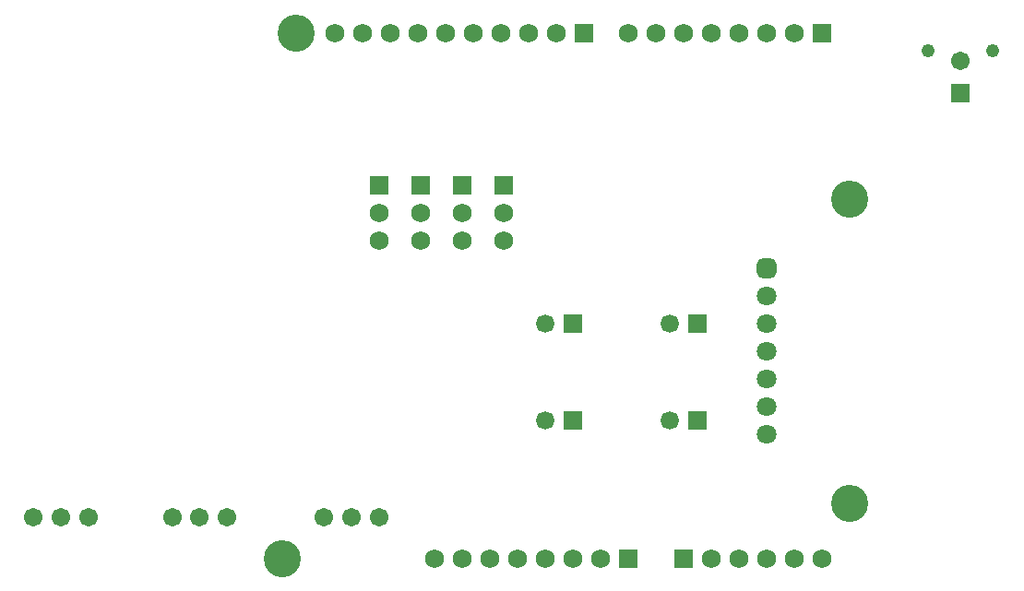
<source format=gbs>
G04*
G04 #@! TF.GenerationSoftware,Altium Limited,Altium Designer,25.2.1 (25)*
G04*
G04 Layer_Color=16711935*
%FSLAX44Y44*%
%MOMM*%
G71*
G04*
G04 #@! TF.SameCoordinates,3C1D010B-D615-4C1A-A092-7D16AA53BB1E*
G04*
G04*
G04 #@! TF.FilePolarity,Negative*
G04*
G01*
G75*
%ADD32C,1.7032*%
%ADD33R,1.7082X1.7082*%
%ADD34C,1.7082*%
%ADD35C,1.2232*%
%ADD36C,1.8032*%
G04:AMPARAMS|DCode=37|XSize=1.8032mm|YSize=1.8032mm|CornerRadius=0.5016mm|HoleSize=0mm|Usage=FLASHONLY|Rotation=270.000|XOffset=0mm|YOffset=0mm|HoleType=Round|Shape=RoundedRectangle|*
%AMROUNDEDRECTD37*
21,1,1.8032,0.8000,0,0,270.0*
21,1,0.8000,1.8032,0,0,270.0*
1,1,1.0032,-0.4000,-0.4000*
1,1,1.0032,-0.4000,0.4000*
1,1,1.0032,0.4000,0.4000*
1,1,1.0032,0.4000,-0.4000*
%
%ADD37ROUNDEDRECTD37*%
%ADD38R,1.6900X1.6900*%
%ADD39C,1.6900*%
%ADD40R,1.7532X1.7532*%
%ADD41C,1.7532*%
%ADD42R,1.7272X1.7272*%
%ADD43C,1.7272*%
%ADD44C,3.4032*%
D32*
X-88500Y63500D02*
D03*
X-63500D02*
D03*
X-38500D02*
D03*
X38900D02*
D03*
X63900D02*
D03*
X88900D02*
D03*
X178200D02*
D03*
X203200D02*
D03*
X228200D02*
D03*
D33*
X762000Y452600D02*
D03*
D34*
Y482600D02*
D03*
D35*
X792000Y492000D02*
D03*
X732000D02*
D03*
D36*
X584200Y139700D02*
D03*
Y165100D02*
D03*
Y215900D02*
D03*
Y266700D02*
D03*
Y241300D02*
D03*
Y190500D02*
D03*
D37*
Y292100D02*
D03*
D38*
X406400Y241300D02*
D03*
Y152400D02*
D03*
X520700D02*
D03*
Y241300D02*
D03*
D39*
X381000D02*
D03*
Y152400D02*
D03*
X495300D02*
D03*
Y241300D02*
D03*
D40*
X342900Y368300D02*
D03*
X304800D02*
D03*
X266700D02*
D03*
X228600D02*
D03*
D41*
X342900Y342900D02*
D03*
Y317500D02*
D03*
X304800Y342900D02*
D03*
Y317500D02*
D03*
X266700Y342900D02*
D03*
Y317500D02*
D03*
X228600Y342900D02*
D03*
Y317500D02*
D03*
D42*
X635000Y508000D02*
D03*
X457200Y25400D02*
D03*
X416560Y508000D02*
D03*
X508000Y25400D02*
D03*
D43*
X558800Y508000D02*
D03*
X533400D02*
D03*
X508000D02*
D03*
X482600D02*
D03*
X457200D02*
D03*
X609600D02*
D03*
X584200D02*
D03*
X381000Y25400D02*
D03*
X355600D02*
D03*
X330200D02*
D03*
X304800D02*
D03*
X279400D02*
D03*
X431800D02*
D03*
X406400D02*
D03*
X187960Y508000D02*
D03*
X213360D02*
D03*
X238760D02*
D03*
X264160D02*
D03*
X289560D02*
D03*
X314960D02*
D03*
X340360D02*
D03*
X365760D02*
D03*
X391160D02*
D03*
X635000Y25400D02*
D03*
X609600D02*
D03*
X584200D02*
D03*
X558800D02*
D03*
X533400D02*
D03*
D44*
X660400Y355600D02*
D03*
X152400Y508000D02*
D03*
X139700Y25400D02*
D03*
X660400Y76200D02*
D03*
M02*

</source>
